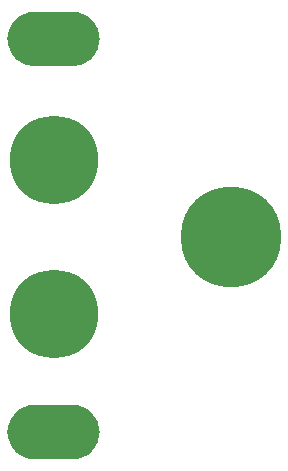
<source format=gbr>
G04 #@! TF.GenerationSoftware,KiCad,Pcbnew,(5.0.0)*
G04 #@! TF.CreationDate,2018-08-18T23:31:21+02:00*
G04 #@! TF.ProjectId,1u_mute_panel,31755F6D7574655F70616E656C2E6B69,rev?*
G04 #@! TF.SameCoordinates,Original*
G04 #@! TF.FileFunction,Soldermask,Bot*
G04 #@! TF.FilePolarity,Negative*
%FSLAX46Y46*%
G04 Gerber Fmt 4.6, Leading zero omitted, Abs format (unit mm)*
G04 Created by KiCad (PCBNEW (5.0.0)) date 08/18/18 23:31:21*
%MOMM*%
%LPD*%
G01*
G04 APERTURE LIST*
%ADD10C,0.100000*%
%ADD11C,4.600000*%
%ADD12C,7.500000*%
%ADD13C,8.500000*%
G04 APERTURE END LIST*
D10*
G04 #@! TO.C,MH1*
G36*
X9325439Y-34011074D02*
X9548708Y-34044193D01*
X9767655Y-34099036D01*
X9980172Y-34175076D01*
X10184212Y-34271580D01*
X10377812Y-34387619D01*
X10559105Y-34522075D01*
X10726346Y-34673653D01*
X10877924Y-34840894D01*
X11012380Y-35022187D01*
X11128419Y-35215787D01*
X11224923Y-35419827D01*
X11300963Y-35632344D01*
X11355806Y-35851291D01*
X11388925Y-36074560D01*
X11400000Y-36299999D01*
X11400000Y-36300001D01*
X11388925Y-36525440D01*
X11355806Y-36748709D01*
X11300963Y-36967656D01*
X11224923Y-37180173D01*
X11128419Y-37384213D01*
X11012380Y-37577813D01*
X10877924Y-37759106D01*
X10726346Y-37926347D01*
X10559105Y-38077925D01*
X10377812Y-38212381D01*
X10184212Y-38328420D01*
X9980172Y-38424924D01*
X9767655Y-38500964D01*
X9548708Y-38555807D01*
X9325439Y-38588926D01*
X9100000Y-38600001D01*
X5900000Y-38600001D01*
X5674561Y-38588926D01*
X5451292Y-38555807D01*
X5232345Y-38500964D01*
X5019828Y-38424924D01*
X4815788Y-38328420D01*
X4622188Y-38212381D01*
X4440895Y-38077925D01*
X4273654Y-37926347D01*
X4122076Y-37759106D01*
X3987620Y-37577813D01*
X3871581Y-37384213D01*
X3775077Y-37180173D01*
X3699037Y-36967656D01*
X3644194Y-36748709D01*
X3611075Y-36525440D01*
X3600000Y-36300001D01*
X3600000Y-36299999D01*
X3611075Y-36074560D01*
X3644194Y-35851291D01*
X3699037Y-35632344D01*
X3775077Y-35419827D01*
X3871581Y-35215787D01*
X3987620Y-35022187D01*
X4122076Y-34840894D01*
X4273654Y-34673653D01*
X4440895Y-34522075D01*
X4622188Y-34387619D01*
X4815788Y-34271580D01*
X5019828Y-34175076D01*
X5232345Y-34099036D01*
X5451292Y-34044193D01*
X5674561Y-34011074D01*
X5900000Y-33999999D01*
X9100000Y-33999999D01*
X9325439Y-34011074D01*
X9325439Y-34011074D01*
G37*
D11*
X7500000Y-36300000D03*
G04 #@! TD*
D10*
G04 #@! TO.C,MH2*
G36*
X9325439Y-711074D02*
X9548708Y-744193D01*
X9767655Y-799036D01*
X9980172Y-875076D01*
X10184212Y-971580D01*
X10377812Y-1087619D01*
X10559105Y-1222075D01*
X10726346Y-1373653D01*
X10877924Y-1540894D01*
X11012380Y-1722187D01*
X11128419Y-1915787D01*
X11224923Y-2119827D01*
X11300963Y-2332344D01*
X11355806Y-2551291D01*
X11388925Y-2774560D01*
X11400000Y-2999999D01*
X11400000Y-3000001D01*
X11388925Y-3225440D01*
X11355806Y-3448709D01*
X11300963Y-3667656D01*
X11224923Y-3880173D01*
X11128419Y-4084213D01*
X11012380Y-4277813D01*
X10877924Y-4459106D01*
X10726346Y-4626347D01*
X10559105Y-4777925D01*
X10377812Y-4912381D01*
X10184212Y-5028420D01*
X9980172Y-5124924D01*
X9767655Y-5200964D01*
X9548708Y-5255807D01*
X9325439Y-5288926D01*
X9100000Y-5300001D01*
X5900000Y-5300001D01*
X5674561Y-5288926D01*
X5451292Y-5255807D01*
X5232345Y-5200964D01*
X5019828Y-5124924D01*
X4815788Y-5028420D01*
X4622188Y-4912381D01*
X4440895Y-4777925D01*
X4273654Y-4626347D01*
X4122076Y-4459106D01*
X3987620Y-4277813D01*
X3871581Y-4084213D01*
X3775077Y-3880173D01*
X3699037Y-3667656D01*
X3644194Y-3448709D01*
X3611075Y-3225440D01*
X3600000Y-3000001D01*
X3600000Y-2999999D01*
X3611075Y-2774560D01*
X3644194Y-2551291D01*
X3699037Y-2332344D01*
X3775077Y-2119827D01*
X3871581Y-1915787D01*
X3987620Y-1722187D01*
X4122076Y-1540894D01*
X4273654Y-1373653D01*
X4440895Y-1222075D01*
X4622188Y-1087619D01*
X4815788Y-971580D01*
X5019828Y-875076D01*
X5232345Y-799036D01*
X5451292Y-744193D01*
X5674561Y-711074D01*
X5900000Y-699999D01*
X9100000Y-699999D01*
X9325439Y-711074D01*
X9325439Y-711074D01*
G37*
D11*
X7500000Y-3000000D03*
G04 #@! TD*
D12*
G04 #@! TO.C,MH3*
X7500000Y-13300000D03*
G04 #@! TD*
G04 #@! TO.C,MH4*
X7500000Y-26300000D03*
G04 #@! TD*
D13*
G04 #@! TO.C,MH5*
X22500000Y-19800000D03*
G04 #@! TD*
M02*

</source>
